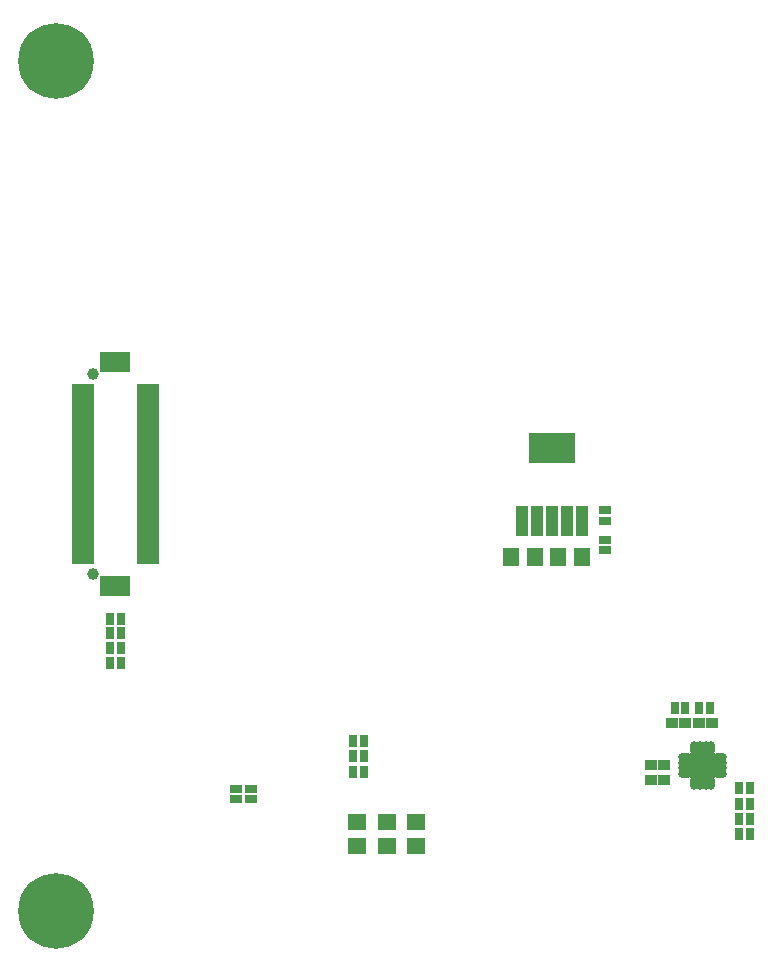
<source format=gts>
G04 #@! TF.FileFunction,Soldermask,Top*
%FSLAX46Y46*%
G04 Gerber Fmt 4.6, Leading zero omitted, Abs format (unit mm)*
G04 Created by KiCad (PCBNEW 4.0.6) date Mon Apr 10 15:20:49 2017*
%MOMM*%
%LPD*%
G01*
G04 APERTURE LIST*
%ADD10C,0.100000*%
%ADD11R,1.900000X0.650000*%
%ADD12R,2.500000X1.800000*%
%ADD13C,1.000000*%
%ADD14R,1.400000X1.650000*%
%ADD15R,1.650000X1.400000*%
%ADD16R,1.000000X0.800000*%
%ADD17R,0.800000X1.000000*%
%ADD18R,1.000000X2.600000*%
%ADD19R,3.900000X2.600000*%
%ADD20C,6.400000*%
%ADD21R,1.000000X0.900000*%
%ADD22O,0.700000X1.150000*%
%ADD23O,1.150000X0.700000*%
%ADD24R,1.300000X1.300000*%
G04 APERTURE END LIST*
D10*
D11*
X102250000Y-90250000D03*
X107750000Y-90250000D03*
X102250000Y-89750000D03*
X107750000Y-89750000D03*
X102250000Y-89250000D03*
X107750000Y-89250000D03*
X102250000Y-88750000D03*
X107750000Y-88750000D03*
X102250000Y-88250000D03*
X107750000Y-88250000D03*
X102250000Y-87750000D03*
X107750000Y-87750000D03*
X102250000Y-87250000D03*
X107750000Y-87250000D03*
X102250000Y-86750000D03*
X107750000Y-86750000D03*
X102250000Y-86250000D03*
X107750000Y-86250000D03*
X102250000Y-85750000D03*
X107750000Y-85750000D03*
X102250000Y-85250000D03*
X107750000Y-85250000D03*
X102250000Y-84750000D03*
X107750000Y-84750000D03*
X102250000Y-84250000D03*
X107750000Y-84250000D03*
X102250000Y-83750000D03*
X107750000Y-83750000D03*
X102250000Y-83250000D03*
X107750000Y-83250000D03*
X102250000Y-82750000D03*
X107750000Y-82750000D03*
X102250000Y-82250000D03*
X107750000Y-82250000D03*
X102250000Y-81750000D03*
X107750000Y-81750000D03*
X102250000Y-81250000D03*
X107750000Y-81250000D03*
X102250000Y-80750000D03*
X107750000Y-80750000D03*
X102250000Y-80250000D03*
X107750000Y-80250000D03*
X102250000Y-79750000D03*
X107750000Y-79750000D03*
X102250000Y-79250000D03*
X107750000Y-79250000D03*
X102250000Y-78750000D03*
X107750000Y-78750000D03*
X102250000Y-78250000D03*
X107750000Y-78250000D03*
X102250000Y-77750000D03*
X107750000Y-77750000D03*
X102250000Y-77250000D03*
X107750000Y-77250000D03*
X102250000Y-76750000D03*
X107750000Y-76750000D03*
X102250000Y-76250000D03*
X107750000Y-76250000D03*
X102250000Y-75750000D03*
X107750000Y-75750000D03*
D12*
X105000000Y-73500000D03*
X105000000Y-92500000D03*
D13*
X103100000Y-74500000D03*
X103100000Y-91500000D03*
D14*
X138500000Y-90000000D03*
X140500000Y-90000000D03*
X144500000Y-90000000D03*
X142500000Y-90000000D03*
D15*
X128000000Y-112500000D03*
X128000000Y-114500000D03*
X130500000Y-112500000D03*
X130500000Y-114500000D03*
X125500000Y-112500000D03*
X125500000Y-114500000D03*
D16*
X146500000Y-89450000D03*
X146500000Y-88550000D03*
X146500000Y-86950000D03*
X146500000Y-86050000D03*
D17*
X105450000Y-95250000D03*
X104550000Y-95250000D03*
X105450000Y-96500000D03*
X104550000Y-96500000D03*
X105450000Y-97750000D03*
X104550000Y-97750000D03*
X105450000Y-99000000D03*
X104550000Y-99000000D03*
D18*
X139460000Y-87000000D03*
X140730000Y-87000000D03*
X142000000Y-87000000D03*
X143270000Y-87000000D03*
X144540000Y-87000000D03*
D19*
X142000000Y-80800000D03*
D20*
X100000000Y-120000000D03*
X100000000Y-48000000D03*
D21*
X151450000Y-107600000D03*
X150350000Y-107600000D03*
X151450000Y-108900000D03*
X150350000Y-108900000D03*
X153250000Y-104100000D03*
X152150000Y-104100000D03*
X154450000Y-104100000D03*
X155550000Y-104100000D03*
D17*
X158750000Y-113500000D03*
X157850000Y-113500000D03*
X158750000Y-109600000D03*
X157850000Y-109600000D03*
X152350000Y-102800000D03*
X153250000Y-102800000D03*
X155350000Y-102800000D03*
X154450000Y-102800000D03*
X158750000Y-112200000D03*
X157850000Y-112200000D03*
X126050000Y-106900000D03*
X125150000Y-106900000D03*
X126050000Y-105600000D03*
X125150000Y-105600000D03*
X158750000Y-110900000D03*
X157850000Y-110900000D03*
X126050000Y-108200000D03*
X125150000Y-108200000D03*
D16*
X116500000Y-109650000D03*
X116500000Y-110550000D03*
X115200000Y-109650000D03*
X115200000Y-110550000D03*
D22*
X153980000Y-109155000D03*
X154480000Y-109155000D03*
X154980000Y-109155000D03*
X155480000Y-109155000D03*
D23*
X156205000Y-108430000D03*
X156205000Y-107930000D03*
X156205000Y-107430000D03*
X156205000Y-106930000D03*
D22*
X155480000Y-106205000D03*
X154980000Y-106205000D03*
X154480000Y-106205000D03*
X153980000Y-106205000D03*
D23*
X153255000Y-106930000D03*
X153255000Y-107430000D03*
X153255000Y-107930000D03*
X153255000Y-108430000D03*
D24*
X155180000Y-107230000D03*
X154280000Y-107230000D03*
X155180000Y-108130000D03*
X154280000Y-108130000D03*
M02*

</source>
